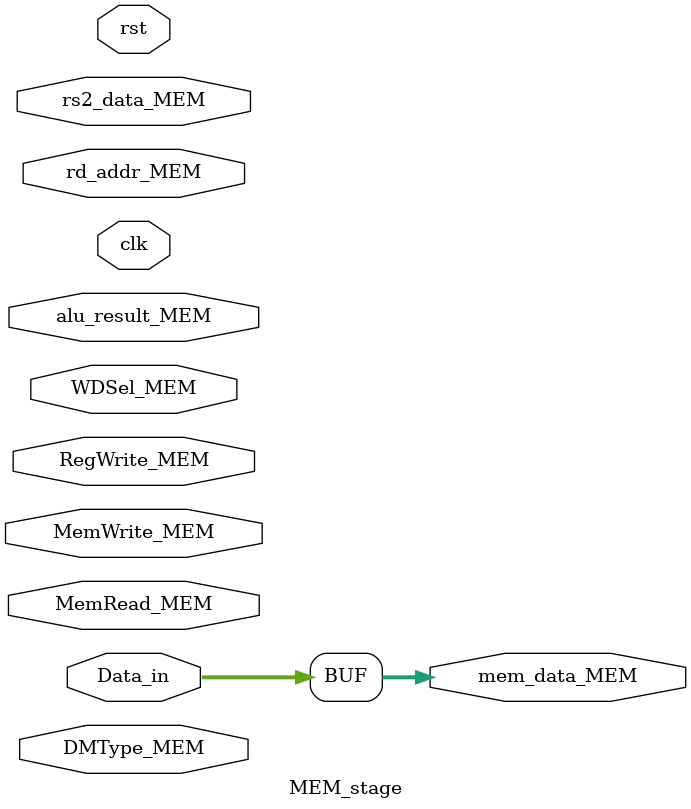
<source format=v>
module MEM_stage(
    input clk,
    input rst,
    input [31:0] alu_result_MEM,
    input [31:0] rs2_data_MEM,
    input [4:0] rd_addr_MEM,
    input RegWrite_MEM,
    input MemWrite_MEM,
    input MemRead_MEM,
    input [1:0] WDSel_MEM,
    input [2:0] DMType_MEM,
    input [31:0] Data_in, // 外部dm的读出数据
    output [31:0] mem_data_MEM // 直通输出
);
    assign mem_data_MEM = Data_in;
endmodule 
</source>
